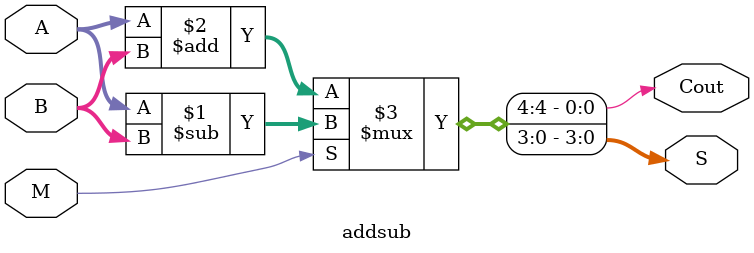
<source format=sv>
module addsub #(
    parameter n = 4
)(
    input logic M,
    input logic [n -1:0] A,
    input logic [n -1:0] B,
    output logic [n-1:0] S,
    output logic Cout
);

    //logic [n-1:0] Bin;

    //assign Bin = M ? ~B : B;

    assign {Cout, S} = M ? A - B : A + B;// + M;
endmodule : addsub
</source>
